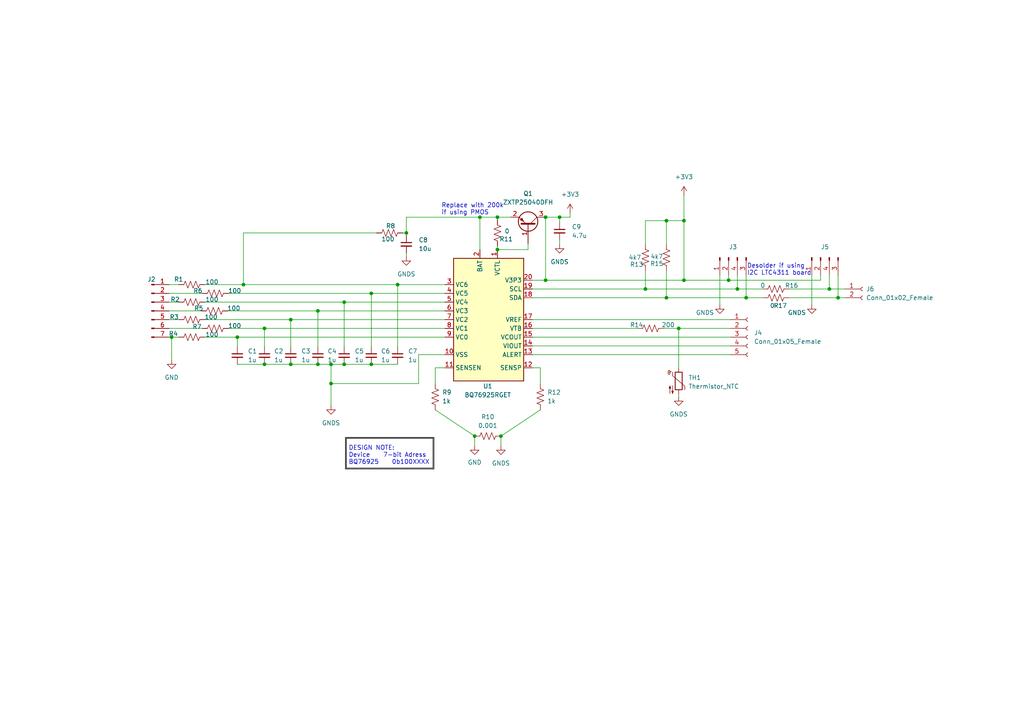
<source format=kicad_sch>
(kicad_sch (version 20211123) (generator eeschema)
  (paper "A4")
  (lib_symbols
    (symbol "Conn_01x04_Male_1" (pin_names (offset 1.016) hide)
      (property "Reference" "J?" (at 1.27 5.588 90))
      (property "Value" "Conn_01x04_Male" (at 1.27 3.048 90))
      (symbol "Conn_01x04_Male_1_1_1"
        (polyline (pts (xy 1.27 -5.08) (xy 0.8636 -5.08)) (stroke (width 0.1524)))
        (polyline (pts (xy 1.27 -2.54) (xy 0.8636 -2.54)) (stroke (width 0.1524)))
        (polyline (pts (xy 1.27 0) (xy 0.8636 0)) (stroke (width 0.1524)))
        (polyline (pts (xy 1.27 2.54) (xy 0.8636 2.54)) (stroke (width 0.1524)))
        (rectangle (start 0.8636 -4.953) (end 0 -5.207) (stroke (width 0.1524)) (fill (type outline)))
        (rectangle (start 0.8636 -2.413) (end 0 -2.667) (stroke (width 0.1524)) (fill (type outline)))
        (rectangle (start 0.8636 0.127) (end 0 -0.127) (stroke (width 0.1524)) (fill (type outline)))
        (rectangle (start 0.8636 2.667) (end 0 2.413) (stroke (width 0.1524)) (fill (type outline)))
        (pin passive line (at 5.08 2.54 180) (length 3.81) (name "Pin_1") (number "1"))
        (pin passive line (at 5.08 0 180) (length 3.81) (name "Pin_2") (number "2"))
        (pin passive line (at 5.08 -5.08 180) (length 3.81) (name "Pin_4") (number "3"))
        (pin passive line (at 5.08 -2.54 180) (length 3.81) (name "Pin_3") (number "4"))
      )
    )
    (symbol "Connector:Conn_01x02_Female" (pin_names (offset 1.016) hide)
      (property "Reference" "J" (at 0 2.54 0))
      (property "Value" "Conn_01x02_Female" (at 0 -5.08 0))
      (symbol "Conn_01x02_Female_1_1"
        (arc (start 0 -2.032) (mid -0.508 -2.54) (end 0 -3.048) (stroke (width 0.1524)))
        (polyline (pts (xy -1.27 -2.54) (xy -0.508 -2.54)) (stroke (width 0.1524)))
        (polyline (pts (xy -1.27 0) (xy -0.508 0)) (stroke (width 0.1524)))
        (arc (start 0 0.508) (mid -0.508 0) (end 0 -0.508) (stroke (width 0.1524)))
        (pin passive line (at -5.08 0 0) (length 3.81) (name "Pin_1") (number "1"))
        (pin passive line (at -5.08 -2.54 0) (length 3.81) (name "Pin_2") (number "2"))
      )
    )
    (symbol "Connector:Conn_01x05_Female" (pin_names (offset 1.016) hide)
      (property "Reference" "J" (at 0 7.62 0))
      (property "Value" "Conn_01x05_Female" (at 0 -7.62 0))
      (symbol "Conn_01x05_Female_1_1"
        (arc (start 0 -4.572) (mid -0.508 -5.08) (end 0 -5.588) (stroke (width 0.1524)))
        (arc (start 0 -2.032) (mid -0.508 -2.54) (end 0 -3.048) (stroke (width 0.1524)))
        (polyline (pts (xy -1.27 -5.08) (xy -0.508 -5.08)) (stroke (width 0.1524)))
        (polyline (pts (xy -1.27 -2.54) (xy -0.508 -2.54)) (stroke (width 0.1524)))
        (polyline (pts (xy -1.27 0) (xy -0.508 0)) (stroke (width 0.1524)))
        (polyline (pts (xy -1.27 2.54) (xy -0.508 2.54)) (stroke (width 0.1524)))
        (polyline (pts (xy -1.27 5.08) (xy -0.508 5.08)) (stroke (width 0.1524)))
        (arc (start 0 0.508) (mid -0.508 0) (end 0 -0.508) (stroke (width 0.1524)))
        (arc (start 0 3.048) (mid -0.508 2.54) (end 0 2.032) (stroke (width 0.1524)))
        (arc (start 0 5.588) (mid -0.508 5.08) (end 0 4.572) (stroke (width 0.1524)))
        (pin passive line (at -5.08 5.08 0) (length 3.81) (name "Pin_1") (number "1"))
        (pin passive line (at -5.08 2.54 0) (length 3.81) (name "Pin_2") (number "2"))
        (pin passive line (at -5.08 0 0) (length 3.81) (name "Pin_3") (number "3"))
        (pin passive line (at -5.08 -2.54 0) (length 3.81) (name "Pin_4") (number "4"))
        (pin passive line (at -5.08 -5.08 0) (length 3.81) (name "Pin_5") (number "5"))
      )
    )
    (symbol "Connector:Conn_01x07_Male" (pin_names (offset 1.016) hide)
      (property "Reference" "J" (at 0 10.16 0))
      (property "Value" "Conn_01x07_Male" (at 0 -10.16 0))
      (symbol "Conn_01x07_Male_1_1"
        (polyline (pts (xy 1.27 -7.62) (xy 0.8636 -7.62)) (stroke (width 0.1524)))
        (polyline (pts (xy 1.27 -5.08) (xy 0.8636 -5.08)) (stroke (width 0.1524)))
        (polyline (pts (xy 1.27 -2.54) (xy 0.8636 -2.54)) (stroke (width 0.1524)))
        (polyline (pts (xy 1.27 0) (xy 0.8636 0)) (stroke (width 0.1524)))
        (polyline (pts (xy 1.27 2.54) (xy 0.8636 2.54)) (stroke (width 0.1524)))
        (polyline (pts (xy 1.27 5.08) (xy 0.8636 5.08)) (stroke (width 0.1524)))
        (polyline (pts (xy 1.27 7.62) (xy 0.8636 7.62)) (stroke (width 0.1524)))
        (rectangle (start 0.8636 -7.493) (end 0 -7.747) (stroke (width 0.1524)) (fill (type outline)))
        (rectangle (start 0.8636 -4.953) (end 0 -5.207) (stroke (width 0.1524)) (fill (type outline)))
        (rectangle (start 0.8636 -2.413) (end 0 -2.667) (stroke (width 0.1524)) (fill (type outline)))
        (rectangle (start 0.8636 0.127) (end 0 -0.127) (stroke (width 0.1524)) (fill (type outline)))
        (rectangle (start 0.8636 2.667) (end 0 2.413) (stroke (width 0.1524)) (fill (type outline)))
        (rectangle (start 0.8636 5.207) (end 0 4.953) (stroke (width 0.1524)) (fill (type outline)))
        (rectangle (start 0.8636 7.747) (end 0 7.493) (stroke (width 0.1524)) (fill (type outline)))
        (pin passive line (at 5.08 7.62 180) (length 3.81) (name "Pin_1") (number "1"))
        (pin passive line (at 5.08 5.08 180) (length 3.81) (name "Pin_2") (number "2"))
        (pin passive line (at 5.08 2.54 180) (length 3.81) (name "Pin_3") (number "3"))
        (pin passive line (at 5.08 0 180) (length 3.81) (name "Pin_4") (number "4"))
        (pin passive line (at 5.08 -2.54 180) (length 3.81) (name "Pin_5") (number "5"))
        (pin passive line (at 5.08 -5.08 180) (length 3.81) (name "Pin_6") (number "6"))
        (pin passive line (at 5.08 -7.62 180) (length 3.81) (name "Pin_7") (number "7"))
      )
    )
    (symbol "Device:C_Small" (pin_numbers hide) (pin_names (offset 0.254) hide)
      (property "Reference" "C" (at 0.254 1.778 0))
      (property "Value" "C_Small" (at 0.254 -2.032 0))
      (symbol "C_Small_0_1"
        (polyline (pts (xy -1.524 -0.508) (xy 1.524 -0.508)) (stroke (width 0.3302)))
        (polyline (pts (xy -1.524 0.508) (xy 1.524 0.508)) (stroke (width 0.3048)))
      )
      (symbol "C_Small_1_1"
        (pin passive line (at 0 2.54 270) (length 2.032) (name "~") (number "1"))
        (pin passive line (at 0 -2.54 90) (length 2.032) (name "~") (number "2"))
      )
    )
    (symbol "Device:Q_PNP_BEC" (pin_names (offset 0) hide)
      (property "Reference" "Q" (at 5.08 1.27 0))
      (property "Value" "Q_PNP_BEC" (at 5.08 -1.27 0))
      (symbol "Q_PNP_BEC_0_1"
        (polyline (pts (xy 0.635 0.635) (xy 2.54 2.54)))
        (polyline (pts (xy 0.635 -0.635) (xy 2.54 -2.54) (xy 2.54 -2.54)))
        (polyline (pts (xy 0.635 1.905) (xy 0.635 -1.905) (xy 0.635 -1.905)) (stroke (width 0.508)))
        (polyline (pts (xy 2.286 -1.778) (xy 1.778 -2.286) (xy 1.27 -1.27) (xy 2.286 -1.778) (xy 2.286 -1.778)) (fill (type outline)))
        (circle (center 1.27 0) (radius 2.8194) (stroke (width 0.254)))
      )
      (symbol "Q_PNP_BEC_1_1"
        (pin input line (at -5.08 0 0) (length 5.715) (name "B") (number "1"))
        (pin passive line (at 2.54 -5.08 90) (length 2.54) (name "E") (number "2"))
        (pin passive line (at 2.54 5.08 270) (length 2.54) (name "C") (number "3"))
      )
    )
    (symbol "Device:R_US" (pin_numbers hide) (pin_names (offset 0))
      (property "Reference" "R" (at 2.54 0 90))
      (property "Value" "R_US" (at -2.54 0 90))
      (symbol "R_US_0_1"
        (polyline (pts (xy 0 -2.286) (xy 0 -2.54)))
        (polyline (pts (xy 0 2.286) (xy 0 2.54)))
        (polyline (pts (xy 0 -0.762) (xy 1.016 -1.143) (xy 0 -1.524) (xy -1.016 -1.905) (xy 0 -2.286)))
        (polyline (pts (xy 0 0.762) (xy 1.016 0.381) (xy 0 0) (xy -1.016 -0.381) (xy 0 -0.762)))
        (polyline (pts (xy 0 2.286) (xy 1.016 1.905) (xy 0 1.524) (xy -1.016 1.143) (xy 0 0.762)))
      )
      (symbol "R_US_1_1"
        (pin passive line (at 0 3.81 270) (length 1.27) (name "~") (number "1"))
        (pin passive line (at 0 -3.81 90) (length 1.27) (name "~") (number "2"))
      )
    )
    (symbol "Device:Thermistor_NTC" (pin_numbers hide) (pin_names (offset 0))
      (property "Reference" "TH" (at -4.445 0 90))
      (property "Value" "Thermistor_NTC" (at 3.175 0 90))
      (symbol "Thermistor_NTC_0_1"
        (arc (start -3.048 2.159) (mid -3.0505 2.3165) (end -3.175 2.413))
        (arc (start -3.048 2.159) (mid -2.9736 1.9794) (end -2.794 1.905))
        (arc (start -3.048 2.794) (mid -2.9736 2.6144) (end -2.794 2.54))
        (arc (start -2.794 1.905) (mid -2.6144 1.9794) (end -2.54 2.159))
        (arc (start -2.794 2.54) (mid -2.434 2.5608) (end -2.159 2.794))
        (arc (start -2.794 3.048) (mid -2.9736 2.9736) (end -3.048 2.794))
        (arc (start -2.54 2.794) (mid -2.6144 2.9736) (end -2.794 3.048))
        (rectangle (start -1.016 2.54) (end 1.016 -2.54) (stroke (width 0.254)))
        (polyline (pts (xy -2.54 2.159) (xy -2.54 2.794)))
        (polyline (pts (xy -1.778 2.54) (xy -1.778 1.524) (xy 1.778 -1.524) (xy 1.778 -2.54)))
        (polyline (pts (xy -2.54 -3.683) (xy -2.54 -1.397) (xy -2.794 -2.159) (xy -2.286 -2.159) (xy -2.54 -1.397) (xy -2.54 -1.651)) (fill (type outline)))
        (polyline (pts (xy -1.778 -1.397) (xy -1.778 -3.683) (xy -2.032 -2.921) (xy -1.524 -2.921) (xy -1.778 -3.683) (xy -1.778 -3.429)) (fill (type outline)))
      )
      (symbol "Thermistor_NTC_1_1"
        (pin passive line (at 0 3.81 270) (length 1.27) (name "~") (number "1"))
        (pin passive line (at 0 -3.81 90) (length 1.27) (name "~") (number "2"))
      )
    )
    (symbol "PowerBackup:BQ76925RGET"
      (property "Reference" "U" (at 0 -21.59 0))
      (property "Value" "BQ76925RGET" (at 0 -24.13 0))
      (symbol "BQ76925RGET_0_0"
        (text "" (at -8.89 -22.86 0) (effects (font (size 1.27 1.27))))
        (text "" (at -8.89 -21.59 0) (effects (font (size 1.27 1.27))))
      )
      (symbol "BQ76925RGET_0_1"
        (rectangle (start -10.16 15.24) (end 10.16 -20.32) (stroke (width 0.254)) (fill (type background)))
      )
      (symbol "BQ76925RGET_1_0"
        (pin output line (at 2.54 17.78 270) (length 2.54) (name "VCTL") (number "1"))
        (pin no_connect line (at -5.08 -19.05 90) (length 2.54) hide (name "NC") (number "10"))
        (pin power_in line (at -12.7 -12.7 0) (length 2.54) (name "VSS") (number "10"))
        (pin input line (at -12.7 -16.51 0) (length 2.54) (name "SENSEN") (number "11"))
        (pin input line (at 12.7 -16.51 180) (length 2.54) (name "SENSP") (number "12"))
        (pin output line (at 12.7 -12.7 180) (length 2.54) (name "ALERT") (number "13"))
        (pin output line (at 12.7 -10.16 180) (length 2.54) (name "VIOUT") (number "14"))
        (pin output line (at 12.7 -7.62 180) (length 2.54) (name "VCOUT") (number "15"))
        (pin output line (at 12.7 -5.08 180) (length 2.54) (name "VTB") (number "16"))
        (pin output line (at 12.7 -2.54 180) (length 2.54) (name "VREF") (number "17"))
        (pin bidirectional line (at 12.7 3.81 180) (length 2.54) (name "SDA") (number "18"))
        (pin input line (at 12.7 6.35 180) (length 2.54) (name "SCL") (number "19"))
        (pin power_in line (at -2.54 17.78 270) (length 2.54) (name "BAT") (number "2"))
        (pin input line (at 12.7 8.89 180) (length 2.54) (name "V3P3") (number "20"))
        (pin no_connect line (at 6.35 -19.05 90) (length 2.54) hide (name "NC") (number "21"))
        (pin no_connect line (at 8.89 -19.05 90) (length 2.54) hide (name "NC") (number "22"))
        (pin input line (at -12.7 7.62 0) (length 2.54) (name "VC6") (number "3"))
        (pin input line (at -12.7 5.08 0) (length 2.54) (name "VC5") (number "4"))
        (pin input line (at -12.7 2.54 0) (length 2.54) (name "VC4") (number "5"))
        (pin input line (at -12.7 0 0) (length 2.54) (name "VC3") (number "6"))
        (pin input line (at -12.7 -2.54 0) (length 2.54) (name "VC2") (number "7"))
        (pin input line (at -12.7 -5.08 0) (length 2.54) (name "VC1") (number "8"))
        (pin no_connect line (at -7.62 -19.05 90) (length 2.54) hide (name "NC") (number "9"))
        (pin input line (at -12.7 -7.62 0) (length 2.54) (name "VC0") (number "9"))
      )
    )
    (symbol "power:+3V3" (power) (pin_names (offset 0))
      (property "Value" "+3V3" (at 0 3.556 0))
      (symbol "+3V3_0_1"
        (polyline (pts (xy -0.762 1.27) (xy 0 2.54)))
        (polyline (pts (xy 0 0) (xy 0 2.54)))
        (polyline (pts (xy 0 2.54) (xy 0.762 1.27)))
      )
      (symbol "+3V3_1_1"
        (pin power_in line (at 0 0 90) (length 0) hide (name "+3V3") (number "1"))
      )
    )
    (symbol "power:GND" (power) (pin_names (offset 0))
      (property "Value" "GND" (at 0 -3.81 0))
      (symbol "GND_0_1"
        (polyline (pts (xy 0 0) (xy 0 -1.27) (xy 1.27 -1.27) (xy 0 -2.54) (xy -1.27 -1.27) (xy 0 -1.27)))
      )
      (symbol "GND_1_1"
        (pin power_in line (at 0 0 270) (length 0) hide (name "GND") (number "1"))
      )
    )
    (symbol "power:GNDS" (power) (pin_names (offset 0))
      (property "Value" "GNDS" (at 0 -3.81 0))
      (symbol "GNDS_0_1"
        (polyline (pts (xy 0 0) (xy 0 -1.27) (xy 1.27 -1.27) (xy 0 -2.54) (xy -1.27 -1.27) (xy 0 -1.27)))
      )
      (symbol "GNDS_1_1"
        (pin power_in line (at 0 0 270) (length 0) hide (name "GNDS") (number "1"))
      )
    )
  )
  (junction (at 115.316 82.55))
  (junction (at 144.272 62.992))
  (junction (at 92.202 105.664))
  (junction (at 187.198 83.82))
  (junction (at 139.192 62.992))
  (junction (at 240.538 83.82))
  (junction (at 162.306 62.992))
  (junction (at 49.784 97.79))
  (junction (at 213.868 83.82))
  (junction (at 158.242 81.28))
  (junction (at 145.288 126.492))
  (junction (at 68.834 97.79))
  (junction (at 193.294 64.008))
  (junction (at 84.328 105.664))
  (junction (at 137.668 126.492))
  (junction (at 193.294 86.36))
  (junction (at 107.696 105.664))
  (junction (at 158.242 62.992))
  (junction (at 117.856 67.564))
  (junction (at 99.822 105.664))
  (junction (at 99.822 87.63))
  (junction (at 96.012 105.664))
  (junction (at 243.078 86.36))
  (junction (at 144.272 72.39))
  (junction (at 216.408 86.36))
  (junction (at 198.374 64.008))
  (junction (at 70.612 82.55))
  (junction (at 76.708 95.25))
  (junction (at 92.202 90.17))
  (junction (at 96.012 111.252))
  (junction (at 198.374 81.28))
  (junction (at 84.328 92.71))
  (junction (at 211.328 81.28))
  (junction (at 107.696 85.09))
  (junction (at 196.85 95.25))
  (junction (at 76.708 105.664))
  (wire (pts (xy 196.85 95.25) (xy 211.836 95.25)))
  (wire (pts (xy 99.822 87.63) (xy 129.032 87.63)))
  (wire (pts (xy 162.052 62.738) (xy 162.306 62.992)))
  (wire (pts (xy 193.294 86.36) (xy 216.408 86.36)))
  (wire (pts (xy 154.432 100.33) (xy 211.836 100.33)))
  (wire (pts (xy 228.854 86.36) (xy 243.078 86.36)))
  (wire (pts (xy 117.856 67.564) (xy 117.856 68.326)))
  (wire (pts (xy 198.374 56.642) (xy 198.374 64.008)))
  (wire (pts (xy 245.11 86.36) (xy 243.078 86.36)))
  (wire (pts (xy 59.436 97.79) (xy 68.834 97.79)))
  (wire (pts (xy 96.012 111.252) (xy 96.012 117.602)))
  (wire (pts (xy 154.432 86.36) (xy 193.294 86.36)))
  (wire (pts (xy 68.834 97.79) (xy 129.032 97.79)))
  (wire (pts (xy 158.242 81.28) (xy 198.374 81.28)))
  (wire (pts (xy 162.306 69.596) (xy 162.306 70.866)))
  (wire (pts (xy 76.708 105.664) (xy 84.328 105.664)))
  (wire (pts (xy 243.078 79.756) (xy 243.078 86.36)))
  (wire (pts (xy 121.412 102.87) (xy 121.412 111.252)))
  (wire (pts (xy 126.238 106.68) (xy 126.238 111.252)))
  (wire (pts (xy 154.432 102.87) (xy 211.836 102.87)))
  (wire (pts (xy 196.85 114.3) (xy 196.85 115.062)))
  (wire (pts (xy 59.436 82.55) (xy 70.612 82.55)))
  (wire (pts (xy 237.998 81.28) (xy 237.998 79.756)))
  (polyline (pts (xy 125.73 127) (xy 125.73 135.89)) (stroke (width 0.5) (type solid) (color 72 72 72 1)))
  (wire (pts (xy 156.718 106.68) (xy 154.432 106.68)))
  (wire (pts (xy 70.612 67.564) (xy 70.612 82.55)))
  (wire (pts (xy 70.612 67.564) (xy 109.22 67.564)))
  (wire (pts (xy 66.294 85.09) (xy 107.696 85.09)))
  (wire (pts (xy 198.374 81.28) (xy 211.328 81.28)))
  (wire (pts (xy 162.306 62.738) (xy 162.052 62.738)))
  (wire (pts (xy 187.198 78.486) (xy 187.198 83.82)))
  (wire (pts (xy 66.294 95.25) (xy 76.708 95.25)))
  (wire (pts (xy 117.856 62.992) (xy 117.856 67.564)))
  (wire (pts (xy 154.432 97.79) (xy 211.836 97.79)))
  (wire (pts (xy 144.272 72.39) (xy 153.162 72.39)))
  (wire (pts (xy 193.294 78.486) (xy 193.294 86.36)))
  (wire (pts (xy 96.012 111.252) (xy 121.412 111.252)))
  (wire (pts (xy 107.696 85.09) (xy 129.032 85.09)))
  (wire (pts (xy 115.316 100.584) (xy 115.316 82.55)))
  (wire (pts (xy 92.202 105.664) (xy 96.012 105.664)))
  (wire (pts (xy 216.408 86.36) (xy 216.408 79.756)))
  (wire (pts (xy 228.854 83.82) (xy 240.538 83.82)))
  (wire (pts (xy 137.668 126.492) (xy 137.668 129.286)))
  (wire (pts (xy 153.162 72.39) (xy 153.162 70.612)))
  (wire (pts (xy 49.784 97.79) (xy 51.816 97.79)))
  (wire (pts (xy 193.294 70.866) (xy 193.294 64.008)))
  (wire (pts (xy 84.328 105.664) (xy 92.202 105.664)))
  (wire (pts (xy 49.022 87.63) (xy 51.816 87.63)))
  (wire (pts (xy 240.538 83.82) (xy 240.538 79.756)))
  (wire (pts (xy 99.822 105.664) (xy 107.696 105.664)))
  (wire (pts (xy 96.012 105.664) (xy 96.012 111.252)))
  (wire (pts (xy 107.696 105.664) (xy 115.316 105.664)))
  (wire (pts (xy 59.436 87.63) (xy 99.822 87.63)))
  (wire (pts (xy 49.022 90.17) (xy 58.42 90.17)))
  (wire (pts (xy 70.612 82.55) (xy 115.316 82.55)))
  (wire (pts (xy 144.272 62.992) (xy 144.272 63.754)))
  (wire (pts (xy 116.84 67.564) (xy 117.856 67.564)))
  (wire (pts (xy 84.328 92.71) (xy 129.032 92.71)))
  (wire (pts (xy 144.272 62.992) (xy 139.192 62.992)))
  (wire (pts (xy 154.432 92.71) (xy 211.836 92.71)))
  (wire (pts (xy 213.868 83.82) (xy 213.868 79.756)))
  (wire (pts (xy 156.718 111.252) (xy 156.718 106.68)))
  (wire (pts (xy 49.022 97.79) (xy 49.784 97.79)))
  (wire (pts (xy 154.432 95.25) (xy 184.912 95.25)))
  (wire (pts (xy 240.538 83.82) (xy 245.11 83.82)))
  (wire (pts (xy 156.718 118.872) (xy 145.288 126.492)))
  (wire (pts (xy 96.012 105.664) (xy 99.822 105.664)))
  (wire (pts (xy 68.834 105.664) (xy 76.708 105.664)))
  (wire (pts (xy 92.202 90.17) (xy 129.032 90.17)))
  (wire (pts (xy 193.294 64.008) (xy 198.374 64.008)))
  (wire (pts (xy 139.192 62.992) (xy 139.192 72.39)))
  (wire (pts (xy 129.032 102.87) (xy 121.412 102.87)))
  (wire (pts (xy 187.198 70.866) (xy 187.198 64.008)))
  (wire (pts (xy 235.458 79.756) (xy 235.458 88.392)))
  (wire (pts (xy 76.708 95.25) (xy 129.032 95.25)))
  (wire (pts (xy 49.022 85.09) (xy 58.674 85.09)))
  (polyline (pts (xy 125.73 135.89) (xy 100.33 135.89)) (stroke (width 0.5) (type solid) (color 72 72 72 1)))
  (wire (pts (xy 208.788 79.756) (xy 208.788 88.392)))
  (wire (pts (xy 144.272 71.374) (xy 144.272 72.39)))
  (wire (pts (xy 165.354 61.722) (xy 165.354 62.992)))
  (wire (pts (xy 216.408 86.36) (xy 221.234 86.36)))
  (wire (pts (xy 145.288 126.492) (xy 145.288 129.286)))
  (wire (pts (xy 59.436 92.71) (xy 84.328 92.71)))
  (wire (pts (xy 211.328 81.28) (xy 211.328 79.756)))
  (wire (pts (xy 66.04 90.17) (xy 92.202 90.17)))
  (wire (pts (xy 196.85 95.25) (xy 196.85 106.68)))
  (wire (pts (xy 187.198 64.008) (xy 193.294 64.008)))
  (wire (pts (xy 144.272 62.992) (xy 148.082 62.992)))
  (polyline (pts (xy 100.33 127) (xy 100.33 135.89)) (stroke (width 0.5) (type solid) (color 72 72 72 1)))
  (polyline (pts (xy 100.33 127) (xy 125.73 127)) (stroke (width 0.5) (type solid) (color 72 72 72 1)))
  (wire (pts (xy 107.696 85.09) (xy 107.696 100.584)))
  (wire (pts (xy 187.198 83.82) (xy 213.868 83.82)))
  (wire (pts (xy 211.328 81.28) (xy 237.998 81.28)))
  (wire (pts (xy 139.192 62.992) (xy 117.856 62.992)))
  (wire (pts (xy 49.022 92.71) (xy 51.816 92.71)))
  (wire (pts (xy 49.784 97.79) (xy 49.784 104.394)))
  (wire (pts (xy 126.238 118.872) (xy 137.668 126.492)))
  (wire (pts (xy 158.242 62.992) (xy 158.242 81.28)))
  (wire (pts (xy 92.202 100.584) (xy 92.202 90.17)))
  (wire (pts (xy 84.328 100.584) (xy 84.328 92.71)))
  (wire (pts (xy 115.316 82.55) (xy 129.032 82.55)))
  (wire (pts (xy 192.532 95.25) (xy 196.85 95.25)))
  (wire (pts (xy 154.432 83.82) (xy 187.198 83.82)))
  (wire (pts (xy 162.306 62.738) (xy 162.306 62.992)))
  (wire (pts (xy 162.306 62.992) (xy 162.306 64.516)))
  (wire (pts (xy 158.242 81.28) (xy 154.432 81.28)))
  (wire (pts (xy 158.242 62.992) (xy 162.306 62.992)))
  (wire (pts (xy 68.834 97.79) (xy 68.834 100.584)))
  (wire (pts (xy 76.708 95.25) (xy 76.708 100.584)))
  (wire (pts (xy 99.822 100.584) (xy 99.822 87.63)))
  (wire (pts (xy 49.022 82.55) (xy 51.816 82.55)))
  (wire (pts (xy 162.306 62.992) (xy 165.354 62.992)))
  (wire (pts (xy 117.856 73.406) (xy 117.856 74.422)))
  (wire (pts (xy 198.374 64.008) (xy 198.374 81.28)))
  (wire (pts (xy 49.022 95.25) (xy 58.674 95.25)))
  (wire (pts (xy 213.868 83.82) (xy 221.234 83.82)))
  (wire (pts (xy 129.032 106.68) (xy 126.238 106.68)))
  (text "Desolder if using \nI2C LTC4311 board\n" (at 216.662 80.01 0) (effects (font (size 1.27 1.27)) (justify left bottom)))
  (text "Replace with 200k\nif using PMOS\n" (at 128.016 62.484 0) (effects (font (size 1.27 1.27)) (justify left bottom)))
  (text "DESIGN NOTE:\nDevice    7-bit Adress\nBQ76925    0b100XXXX\n" (at 101.092 134.874 0) (effects (font (size 1.27 1.27)) (justify left bottom)))
  (symbol (lib_id "Device:C_Small") (at 107.696 103.124 0) (unit 1)
    (property "Reference" "C6" (at 110.49 101.8602 0) (effects (justify left)))
    (property "Value" "1u" (at 110.49 104.4002 0) (effects (justify left)))
    (property "Footprint" "Capacitor_SMD:C_0603_1608Metric" (effects hide))
  )
  (symbol (lib_id "Device:C_Small") (at 92.202 103.124 0) (unit 1)
    (property "Reference" "C4" (at 94.996 101.8602 0) (effects (justify left)))
    (property "Value" "1u" (at 94.996 104.4002 0) (effects (justify left)))
    (property "Footprint" "Capacitor_SMD:C_0603_1608Metric" (effects hide))
  )
  (symbol (lib_id "Connector:Conn_01x02_Female") (at 250.19 83.82 0) (unit 1)
    (property "Reference" "J6" (at 251.206 83.8199 0) (effects (justify left)))
    (property "Value" "Conn_01x02_Female" (at 251.206 86.3599 0) (effects (justify left)))
    (property "Footprint" "Connector_JST:JST_XH_B2B-XH-A_1x02_P2.50mm_Vertical" (effects hide))
  )
  (symbol (lib_id "Device:R_US") (at 113.03 67.564 90) (unit 1)
    (property "Reference" "R8" (at 113.284 65.532 90))
    (property "Value" "100" (at 112.522 69.342 90))
    (property "Footprint" "Resistor_SMD:R_0805_2012Metric" (effects hide))
  )
  (symbol (lib_id "power:+3V3") (at 165.354 61.722 0) (unit 1)
    (property "Reference" "#PWR0102" (effects hide))
    (property "Value" "+3V3" (at 165.354 56.388 0))
  )
  (symbol (lib_id "power:GND") (at 49.784 104.394 0) (unit 1)
    (property "Reference" "#PWR05" (effects hide))
    (property "Value" "GND" (at 49.784 109.474 0))
  )
  (symbol (lib_id "power:GNDS") (at 196.85 115.062 0) (unit 1)
    (property "Reference" "#PWR010" (effects hide))
    (property "Value" "GNDS" (at 196.85 120.142 0))
  )
  (symbol (lib_id "Device:Q_PNP_BEC") (at 153.162 65.532 270) (mirror x) (unit 1)
    (property "Reference" "Q1" (at 153.162 56.134 90))
    (property "Value" "ZXTP25040DFH" (at 153.162 58.674 90))
    (property "Footprint" "Package_TO_SOT_SMD:SOT-23" (effects hide))
    (property "Datasheet" "https://www.diodes.com/assets/Datasheets/ZXTP25040DFH.pdf" (effects hide))
  )
  (symbol (lib_id "Device:R_US") (at 187.198 74.676 180) (unit 1)
    (property "Reference" "R13" (at 184.658 76.708 0))
    (property "Value" "4k7" (at 184.15 74.676 0))
    (property "Footprint" "Resistor_SMD:R_0805_2012Metric" (effects hide))
  )
  (symbol (lib_id "PowerBackup:BQ76925RGET") (at 141.732 90.17 0) (unit 1)
    (property "Reference" "U1" (at 141.478 112.014 0))
    (property "Value" "BQ76925RGET" (at 141.478 114.554 0))
    (property "Footprint" "Package_DFN_QFN:HVQFN-24-1EP_4x4mm_P0.5mm_EP2.5x2.5mm" (effects hide))
    (property "Datasheet" "https://www.ti.com/lit/ds/symlink/bq76925.pdf?HQS=dis-mous-null-mousermode-dsf-pf-null-wwe&ts=1644855640759&ref_url=https%253A%252F%252Fwww.mouser.com%252F" (effects hide))
  )
  (symbol (lib_id "power:GNDS") (at 208.788 88.392 0) (unit 1)
    (property "Reference" "#PWR011" (effects hide))
    (property "Value" "GNDS" (at 204.47 90.678 0))
  )
  (symbol (lib_id "Connector:Conn_01x07_Male") (at 43.942 90.17 0) (unit 1)
    (property "Reference" "J2" (at 43.942 81.026 0))
    (property "Value" "Conn_01x07_Male" (effects hide))
    (property "Footprint" "Connector_JST:JST_XH_B7B-XH-A_1x07_P2.50mm_Vertical" (effects hide))
  )
  (symbol (lib_id "Device:R_US") (at 55.626 92.71 90) (unit 1)
    (property "Reference" "R3" (at 50.546 91.948 90))
    (property "Value" "100" (at 61.214 91.948 90))
    (property "Footprint" "Resistor_SMD:R_0805_2012Metric" (effects hide))
  )
  (symbol (lib_id "Device:C_Small") (at 99.822 103.124 0) (unit 1)
    (property "Reference" "C5" (at 102.87 101.8602 0) (effects (justify left)))
    (property "Value" "1u" (at 102.87 104.4002 0) (effects (justify left)))
    (property "Footprint" "Capacitor_SMD:C_0603_1608Metric" (effects hide))
  )
  (symbol (lib_id "Device:R_US") (at 193.294 74.676 180) (unit 1)
    (property "Reference" "R15" (at 190.5 76.454 0))
    (property "Value" "4k7" (at 190.5 74.422 0))
    (property "Footprint" "Resistor_SMD:R_0805_2012Metric" (effects hide))
  )
  (symbol (lib_id "power:GNDS") (at 117.856 74.422 0) (unit 1)
    (property "Reference" "#PWR07" (effects hide))
    (property "Value" "GNDS" (at 117.856 79.502 0))
  )
  (symbol (lib_id "Device:R_US") (at 188.722 95.25 90) (unit 1)
    (property "Reference" "R14" (at 184.658 94.234 90))
    (property "Value" "200" (at 193.802 94.234 90))
    (property "Footprint" "Resistor_SMD:R_0805_2012Metric" (effects hide))
  )
  (symbol (lib_id "Device:R_US") (at 62.23 90.17 90) (unit 1)
    (property "Reference" "R5" (at 57.658 89.408 90))
    (property "Value" "100" (at 67.818 89.408 90))
    (property "Footprint" "Resistor_SMD:R_0805_2012Metric" (effects hide))
  )
  (symbol (lib_id "Device:Thermistor_NTC") (at 196.85 110.49 0) (unit 1)
    (property "Reference" "TH1" (at 199.644 109.5374 0) (effects (justify left)))
    (property "Value" "Thermistor_NTC" (at 199.644 112.0774 0) (effects (justify left)))
    (property "Footprint" "Resistor_SMD:R_0805_2012Metric" (effects hide))
  )
  (symbol (lib_id "Device:R_US") (at 141.478 126.492 90) (unit 1)
    (property "Reference" "R10" (at 141.478 120.904 90))
    (property "Value" "0.001" (at 141.478 123.444 90))
    (property "Footprint" "Resistor_SMD:R_0805_2012Metric" (effects hide))
    (property "MFG#" "CSRL3-0R001F8" (effects hide))
  )
  (symbol (lib_id "Device:R_US") (at 62.484 85.09 90) (unit 1)
    (property "Reference" "R6" (at 57.404 84.328 90))
    (property "Value" "100" (at 68.072 84.328 90))
    (property "Footprint" "Resistor_SMD:R_0805_2012Metric" (effects hide))
  )
  (symbol (lib_id "Device:R_US") (at 55.626 82.55 90) (unit 1)
    (property "Reference" "R1" (at 51.816 81.026 90))
    (property "Value" "100" (at 61.468 81.788 90))
    (property "Footprint" "Resistor_SMD:R_0805_2012Metric" (effects hide))
  )
  (symbol (lib_id "power:GND") (at 137.668 129.286 0) (unit 1)
    (property "Reference" "#PWR0106" (effects hide))
    (property "Value" "GND" (at 137.668 134.112 0))
  )
  (symbol (lib_id "power:GNDS") (at 162.306 70.866 0) (unit 1)
    (property "Reference" "#PWR09" (effects hide))
    (property "Value" "GNDS" (at 162.306 75.946 0))
  )
  (symbol (lib_id "power:+3V3") (at 198.374 56.642 0) (unit 1)
    (property "Reference" "#PWR04" (effects hide))
    (property "Value" "+3V3" (at 198.374 51.308 0))
  )
  (symbol (lib_id "Device:R_US") (at 62.484 95.25 90) (unit 1)
    (property "Reference" "R7" (at 57.15 94.742 90))
    (property "Value" "100" (at 68.072 94.488 90))
    (property "Footprint" "Resistor_SMD:R_0805_2012Metric" (effects hide))
  )
  (symbol (lib_id "Device:C_Small") (at 84.328 103.124 0) (unit 1)
    (property "Reference" "C3" (at 87.376 101.8602 0) (effects (justify left)))
    (property "Value" "1u" (at 87.376 104.4002 0) (effects (justify left)))
    (property "Footprint" "Capacitor_SMD:C_0603_1608Metric" (effects hide))
  )
  (symbol (lib_id "Device:C_Small") (at 162.306 67.056 0) (unit 1)
    (property "Reference" "C9" (at 165.862 65.7922 0) (effects (justify left)))
    (property "Value" "4.7u" (at 165.862 68.3322 0) (effects (justify left)))
    (property "Footprint" "Capacitor_SMD:C_0603_1608Metric" (effects hide))
  )
  (symbol (lib_id "Device:C_Small") (at 68.834 103.124 0) (unit 1)
    (property "Reference" "C1" (at 71.882 101.8602 0) (effects (justify left)))
    (property "Value" "1u" (at 71.882 104.4002 0) (effects (justify left)))
    (property "Footprint" "Capacitor_SMD:C_0603_1608Metric" (effects hide))
  )
  (symbol (lib_id "power:GNDS") (at 96.012 117.602 0) (unit 1)
    (property "Reference" "#PWR06" (effects hide))
    (property "Value" "GNDS" (at 96.012 122.682 0))
  )
  (symbol (lib_id "power:GNDS") (at 145.288 129.286 0) (unit 1)
    (property "Reference" "#PWR08" (effects hide))
    (property "Value" "GNDS" (at 145.288 134.366 0))
  )
  (symbol (lib_name "Conn_01x04_Male_1") (lib_id "Connector:Conn_01x04_Male") (at 211.328 74.676 90) (mirror x) (unit 1)
    (property "Reference" "J3" (at 212.598 71.628 90))
    (property "Value" "Conn_01x04_Male" (effects hide))
  )
  (symbol (lib_id "Device:R_US") (at 55.626 97.79 90) (unit 1)
    (property "Reference" "R4" (at 50.292 96.774 90))
    (property "Value" "100" (at 61.468 97.028 90))
    (property "Footprint" "Resistor_SMD:R_0805_2012Metric" (effects hide))
  )
  (symbol (lib_id "Device:R_US") (at 225.044 83.82 270) (unit 1)
    (property "Reference" "R16" (at 229.616 82.804 90))
    (property "Value" "0" (at 221.234 82.804 90))
    (property "Footprint" "Resistor_SMD:R_0805_2012Metric" (effects hide))
  )
  (symbol (lib_id "Device:R_US") (at 225.044 86.36 270) (unit 1)
    (property "Reference" "R17" (at 226.314 88.646 90))
    (property "Value" "0" (at 224.028 88.646 90))
    (property "Footprint" "Resistor_SMD:R_0805_2012Metric" (effects hide))
  )
  (symbol (lib_id "Device:R_US") (at 55.626 87.63 90) (unit 1)
    (property "Reference" "R2" (at 50.8 86.868 90))
    (property "Value" "100" (at 61.468 86.868 90))
    (property "Footprint" "Resistor_SMD:R_0805_2012Metric" (effects hide))
  )
  (symbol (lib_id "power:GNDS") (at 235.458 88.392 0) (unit 1)
    (property "Reference" "#PWR012" (effects hide))
    (property "Value" "GNDS" (at 231.14 90.678 0))
  )
  (symbol (lib_id "Device:C_Small") (at 115.316 103.124 0) (unit 1)
    (property "Reference" "C7" (at 118.364 101.8602 0) (effects (justify left)))
    (property "Value" "1u" (at 118.364 104.4002 0) (effects (justify left)))
    (property "Footprint" "Capacitor_SMD:C_0603_1608Metric" (effects hide))
  )
  (symbol (lib_id "Device:R_US") (at 156.718 115.062 0) (unit 1)
    (property "Reference" "R12" (at 158.75 113.7919 0) (effects (justify left)))
    (property "Value" "1k" (at 158.75 116.3319 0) (effects (justify left)))
    (property "Footprint" "Resistor_SMD:R_0805_2012Metric" (effects hide))
  )
  (symbol (lib_id "Connector:Conn_01x05_Female") (at 216.916 97.79 0) (unit 1)
    (property "Reference" "J4" (at 218.694 96.5199 0) (effects (justify left)))
    (property "Value" "Conn_01x05_Female" (at 218.694 99.0599 0) (effects (justify left)))
    (property "Footprint" "Connector_PinHeader_1.00mm:PinHeader_1x05_P1.00mm_Vertical_SMD_Pin1Left" (effects hide))
  )
  (symbol (lib_name "Conn_01x04_Male_1") (lib_id "Connector:Conn_01x04_Male") (at 237.998 74.676 90) (mirror x) (unit 1)
    (property "Reference" "J5" (at 239.268 71.628 90))
    (property "Value" "Conn_01x04_Male" (effects hide))
  )
  (symbol (lib_id "Device:C_Small") (at 76.708 103.124 0) (unit 1)
    (property "Reference" "C2" (at 79.502 101.8602 0) (effects (justify left)))
    (property "Value" "1u" (at 79.502 104.4002 0) (effects (justify left)))
    (property "Footprint" "Capacitor_SMD:C_0603_1608Metric" (effects hide))
  )
  (symbol (lib_id "Device:R_US") (at 126.238 115.062 0) (unit 1)
    (property "Reference" "R9" (at 128.27 113.7919 0) (effects (justify left)))
    (property "Value" "1k" (at 128.27 116.3319 0) (effects (justify left)))
    (property "Footprint" "Resistor_SMD:R_0805_2012Metric" (effects hide))
  )
  (symbol (lib_id "Device:C_Small") (at 117.856 70.866 0) (unit 1)
    (property "Reference" "C8" (at 121.412 69.6022 0) (effects (justify left)))
    (property "Value" "10u" (at 121.412 72.1422 0) (effects (justify left)))
    (property "Footprint" "Capacitor_SMD:C_0603_1608Metric" (effects hide))
  )
  (symbol (lib_id "Device:R_US") (at 144.272 67.564 180) (unit 1)
    (property "Reference" "R11" (at 146.812 69.342 0))
    (property "Value" "0" (at 147.066 67.056 0))
    (property "Footprint" "Resistor_SMD:R_0805_2012Metric" (effects hide))
  )
)
</source>
